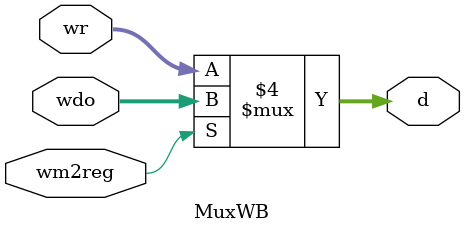
<source format=v>
`timescale 1ns / 1ps

module PC( 
    input clk,
    input wire[31:0] pcIn, 
    input wpcir, // project
    output reg[31:0] pcOut   
    );

initial
    begin
        pcOut = 100;
    end

always @(posedge clk)
    begin
        pcOut = pcIn;
    end
endmodule

module Adder( 
    input  [31:0] pcIn, 
    output [31:0] pcOut
    );
    assign pcOut = pcIn + 32'd4; 
endmodule

module InstMem(
    input [31:0] a,
    output reg[31:0] do
    );
    reg [31:0] IM[0:511];
    
    initial 
    begin
        //IM[100] = 32'b100011 00001 00010 00000 00000 000000; // lw $2, 00($1)
        //IM[104] = 32'b100011 00001 00011 00000 00000 000100; // lw $3, 04($1)
        //IM[108] = 32'b100011 00001 00100 00000 00000 001000; // lw $4, 08($1)
        //IM[112] = 32'b100011 00001 00101 00000 00000 001100; // lw $5, 12($1)
        //IM[116] = 32'b000000 00010 01010 00110 00000 100000; // add $6, $2, $10
        //              add     2       10  6     given  given
        //                     2st    3rd   1st
        IM[100] = 32'b00000000001000100001100000100000; // add $3, $1, $2
        IM[104] = 32'b00000001001000110010000000100010; // sub $4, $9, $3
        IM[108] = 32'b00000000011010010010100000100101; // or $5, $3, $9
        IM[112] = 32'b00000000011010010011000000100110; // xor $6, $3, $9
        IM[116] = 32'b00000000011010010011100000100000; // and $7, $3, $9
        //                add   3      9    7     
        
 
    end
    always @ (a)
        begin
            do = IM[a];
        end
endmodule

module IfId( 
    input clk,
    input wire[31:0] do,
    input wpcir,    // project
    output reg[5:0] op,
    output reg[4:0] rs,
    output reg[4:0] rt,
    output reg[4:0] rd,
    output reg[4:0] shamt,
    output reg[5:0] func,
    output reg[15:0] imme
    );
    
    always @(posedge clk)
        begin
            op = do [31:26];
            rs = do [25:21];
            rt = do [20:16];
            rd = do [15:11];
            shamt = do [10:6];
            func = do [5:0];
            imme = do [15:0];
        end   
endmodule

module ControlUnit(
    input [5:0] op,
    input [5:0] func,
    input [4:0] rs, // project
    input [4:0] rt, // project
    input [4:0] mrn, // project mwb
    input mm2reg, // project mwb
    input mwreg, // project mwb
    input [4:0] ern, // project em
    input em2reg, // project em
    input ewreg, // project em
    output reg wreg,
    output reg m2reg,
    output reg wmem,
    output reg [3:0] aluc,
    output reg aluimm,
    output reg regrt,
    output reg[1:0] fwdb, // project
    output reg[1:0] fwda // project
    //output reg wpcir // project
    );
    always @(*)
    begin
    if ( ewreg & (ern != 0) & (ern == rs))
        begin
            fwda = 2'b10;
        end 
    if ( ewreg & (ern != 0) & (ern == rt))
        begin
            fwdb = 2'b10;
        end
    if ( mwreg & (mrn != 0) & ~( ewreg & (ern != 0) & ( ern == rs)) & (mrn == rs))
        begin
            fwda = 2'b01;
        end
    if ( mwreg & (mrn != 0) & ~( ewreg & (ern != 0) & ( ern == rt)) & (mrn == rt))
        begin
            fwdb = 2'b01;
        end
    else 
        begin
            fwda = 2'b00;
            fwdb = 2'b00;
        end
            
     end
    always @(op)
    begin
        if (op == 6'b100011) begin
        //6'b100011: begin //lw
            aluc = 4'b0010;
            wreg = 1'b1;
            m2reg = 1'b1;
            wmem = 1'b0;
            aluimm = 1'b1;
            regrt = 1'b1; //1?
        end
        if (op == 6'b000000) begin //add
            aluc = 4'b0010;
            wreg = 1'b1;
            m2reg = 1'b0;
            wmem =  1'b0;
            aluimm = 1'b0;
            regrt = 1'b0;
        end
        if (op == 6'b000100) begin //beq
            aluc = 4'b0100;
            wreg = 1'b0;
            //m2reg = 1'b; //dont care
            wmem = 1'b0;
            aluimm = 1'b0;
            regrt = 1'b1;
        end
            
  
    end
endmodule

module Mux(
    input [4:0] rd,
    input [4:0] rt,
    input regrt, 
    output reg [4:0] rn
    );
    always @(*)
    begin
        if (regrt == 0) 
            begin
                rn = rd;
            end
        else
            begin
                rn = rt;
            end
     end
endmodule

module ForwardA(
    input [1:0] fwda,
    input [31:0] qa,
    input [31:0] r,  
    input [31:0] mr,
    input [31:0] do,
    output reg [31:0] a
    );
    always @(*)
        begin
            case (fwda)
                2'b00: a = qa;
                2'b01: a = r;
                2'b10: a = mr;
                2'b11: a = do;
            endcase
        end     
endmodule

module ForwardB(
    input [1:0] fwdb,
    input [31:0] qb,
    input [31:0] r,
    input [31:0] mr,
    input [31:0] do,
    output reg [31:0] b
    );
    
    always @(*)
        begin
            case (fwdb)
                2'b00: b = qb;
                2'b01: b = r;
                2'b10: b = mr;
                2'b11: b = do;
            endcase
        end
    
endmodule

module RegFile(
    input clk, //not clock?
    input wwreg,
    input [4:0] rs,
    input [4:0] rt,
    input [4:0] wrn,
    input [31:0] d,
    output reg [31:0] qa,
    output reg [31:0] qb
    );
    reg [31:0] RegFile[0:511];
    integer i;
    
    initial
        begin
            //for (i=0; i< 32; i= i+1)
            //    begin
            //        RegFile[i] = 32'd0;
            //    end
            RegFile[0] = 32'h00000000;
            RegFile[1] = 32'hA00000AA;
            RegFile[2] = 32'h10000011;
            RegFile[3] = 32'h20000022;
            RegFile[4] = 32'h30000033;
            RegFile[5] = 32'h40000044;
            RegFile[6] = 32'h50000055;
            RegFile[7] = 32'h60000066;
            RegFile[8] = 32'h70000077;
            RegFile[9] = 32'h80000088;
            RegFile[10] = 32'h90000099;
            
            
        end    
    always @(negedge clk,rs,rt) //rs, rt
        begin
            if (wwreg == 1) 
                begin
                    RegFile[wrn] = d;
                end   
        end
   always @(posedge clk, rs,rt) //rs,rt
        begin
            qa = RegFile[rs];
            qb = RegFile[rt];
        end
endmodule

module SignExtend(
    input [15:0] imm,
    output [31:0] signExtend
    );
    
    assign signExtend = {{16{imm[15]}},imm[15:0]};
endmodule

module IdExe(
    input clk,
    input wreg,
    input m2reg,
    input wmem,
    input [3:0] aluc,
    input aluimm,
    input [4:0] rn,
    input [31:0] fwda,
    input [31:00] fwdb,
    input [31:0] signExtend,
    output reg ewreg,
    output reg em2reg,
    output reg ewmem,
    output reg [3:0] ealuc,
    output reg ealuimm,
    output reg [4:0] ern,
    output reg [31:0] esignExtend,
    output reg [31:0] efwda,
    output reg [31:0] efwdb
    );
    
    always @ (posedge clk)
        begin
            ewreg = wreg;
            em2reg = m2reg;
            ewmem = wmem;
            ealuc = aluc;
            ealuimm = aluimm;
            ern = rn;
            efwda = fwda;
            efwdb = fwdb;
            esignExtend = signExtend;
        end
          
endmodule
           
module MuxExe(
    input [31:0] efwdb,
    input [31:0] esignExtend,
    input ealuimm,
    output reg [31:0] b
    );
    always  @(*)
        begin
            if (ealuimm == 0)
                begin
                    b = efwdb;
                end
            else
                begin
                    b = esignExtend;
                end
        end
endmodule
    
module ALU(
    input [3:0] aluc,
    input [31:0] a,
    input [31:0] b,
    output reg [31:0] r
    );
    always @ (*)
        begin
            case (aluc)
                4'b0000: r = a & b; //and
                4'b0001: r = a | b; //or
                4'b0010: r = a + b; //add
                4'b0110: r = a - b; //subtract
                4'b0111: r = a < b; //set on less than
                4'b1001: r = ((a & (~b)) | ((~a) & b)); //xor
                4'b1100: r = ~(a | b); //nor
            endcase
         end 
                    
endmodule

module ExeMem(
    input clk,
    input ewreg,
    input em2reg,
    input ewmem,
    input [4:0] ern,
    input [31:0] er,
    input [31:0] efwdb,
    output reg mwreg,
    output reg mm2reg,
    output reg mwmem,
    output reg [4:0] mrn,
    output reg [31:0] mr,
    output reg [31:0] mfwdb
    );
    
    always @(posedge clk)
        begin
            mwreg = ewreg;
            mm2reg = em2reg;
            mwmem = ewmem;
            mrn = ern;
            mr = er;
            mfwdb = efwdb;
        end
    
endmodule

module DMem(
    input we, //mwmem
    input [31:0] a, //r
    input [31:0] di, //eqb
    output reg [31:0] do
    );
    
    reg [31:0] words [511:0];
    initial
        begin
            words[0] = 32'hA00000AA;
            words[4] = 32'h10000011;
            words[8] = 32'h20000022;
            words[12] = 32'h30000033;
            words[16] = 32'h40000044;
            words[20] = 32'h50000055;
            words[24] = 32'h60000066;
            words[28] = 32'h70000077;
            words[32] = 32'h80000088;
            words[36] = 32'h90000099;
        end
    always @(*)
        begin
            if (we == 0)
                begin
                    do = words[a];
                end
        end
        

endmodule

module MemWB(
    input clk,
    input mwreg,
    input mm2reg,
    input [4:0] mrn,
    input [31:0] mr,
    input [31:0] mdo,
    output reg wwreg,
    output reg wm2reg,
    output reg [4:0] wrn,
    output reg [31:0] wr,
    output reg [31:0] wdo
    );
    
    always @ (posedge clk)
        begin
            wwreg = mwreg;
            wm2reg = mm2reg;
            wrn = mrn;
            wr = mr;
            wdo = mdo;
        end
           
endmodule

module MuxWB(
    input wm2reg,
    input [31:0] wr,
    input [31:0] wdo,
    output reg [31:0] d
    );
    always @(*)
        begin
            if (wm2reg ==0)
                begin
                    d = wr;
                end
            else 
                begin
                    d = wdo;
                end
        end
    
endmodule
    
         
    
</source>
